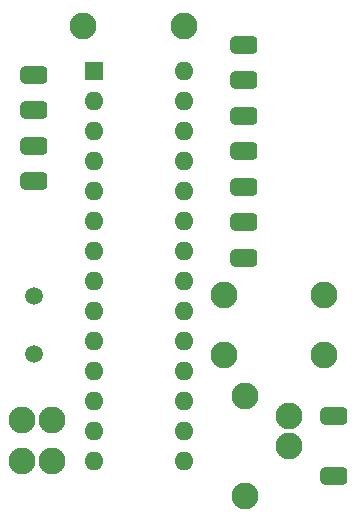
<source format=gbr>
%TF.GenerationSoftware,KiCad,Pcbnew,7.0.6-0*%
%TF.CreationDate,2023-07-24T12:55:41-04:00*%
%TF.ProjectId,Test_1_V1,54657374-5f31-45f5-9631-2e6b69636164,rev?*%
%TF.SameCoordinates,Original*%
%TF.FileFunction,Soldermask,Top*%
%TF.FilePolarity,Negative*%
%FSLAX46Y46*%
G04 Gerber Fmt 4.6, Leading zero omitted, Abs format (unit mm)*
G04 Created by KiCad (PCBNEW 7.0.6-0) date 2023-07-24 12:55:41*
%MOMM*%
%LPD*%
G01*
G04 APERTURE LIST*
G04 Aperture macros list*
%AMRoundRect*
0 Rectangle with rounded corners*
0 $1 Rounding radius*
0 $2 $3 $4 $5 $6 $7 $8 $9 X,Y pos of 4 corners*
0 Add a 4 corners polygon primitive as box body*
4,1,4,$2,$3,$4,$5,$6,$7,$8,$9,$2,$3,0*
0 Add four circle primitives for the rounded corners*
1,1,$1+$1,$2,$3*
1,1,$1+$1,$4,$5*
1,1,$1+$1,$6,$7*
1,1,$1+$1,$8,$9*
0 Add four rect primitives between the rounded corners*
20,1,$1+$1,$2,$3,$4,$5,0*
20,1,$1+$1,$4,$5,$6,$7,0*
20,1,$1+$1,$6,$7,$8,$9,0*
20,1,$1+$1,$8,$9,$2,$3,0*%
%AMFreePoly0*
4,1,35,0.312797,1.099367,0.509479,1.023172,0.688811,0.912134,0.844687,0.770034,0.971798,0.601712,1.065816,0.412899,1.123538,0.210026,1.143000,0.000000,1.123538,-0.210026,1.065816,-0.412899,0.971798,-0.601712,0.844687,-0.770034,0.688811,-0.912134,0.509479,-1.023172,0.312797,-1.099367,0.105463,-1.138124,-0.105463,-1.138124,-0.312797,-1.099367,-0.509479,-1.023172,-0.688811,-0.912134,
-0.844687,-0.770034,-0.971798,-0.601712,-1.065816,-0.412899,-1.123538,-0.210026,-1.143000,0.000000,-1.123538,0.210026,-1.065816,0.412899,-0.971798,0.601712,-0.844687,0.770034,-0.688811,0.912134,-0.509479,1.023172,-0.312797,1.099367,-0.105463,1.138124,0.105463,1.138124,0.312797,1.099367,0.312797,1.099367,$1*%
G04 Aperture macros list end*
%ADD10FreePoly0,0.000000*%
%ADD11FreePoly0,270.000000*%
%ADD12C,1.500000*%
%ADD13R,1.600000X1.600000*%
%ADD14O,1.600000X1.600000*%
%ADD15RoundRect,0.381000X-0.762000X-0.381000X0.762000X-0.381000X0.762000X0.381000X-0.762000X0.381000X0*%
G04 APERTURE END LIST*
D10*
%TO.C,R3*%
X143070000Y-111660000D03*
X151570000Y-111660000D03*
%TD*%
D11*
%TO.C,C1*%
X148590000Y-121920000D03*
X148590000Y-124460000D03*
%TD*%
D12*
%TO.C,16MHz1*%
X127000000Y-116640000D03*
X127000000Y-111760000D03*
%TD*%
D10*
%TO.C,C2*%
X126000000Y-125730000D03*
X128540000Y-125730000D03*
%TD*%
%TO.C,C3*%
X126000000Y-122230000D03*
X128540000Y-122230000D03*
%TD*%
%TO.C,R2*%
X143070000Y-116740000D03*
X151570000Y-116740000D03*
%TD*%
D13*
%TO.C,U1*%
X132080000Y-92695000D03*
D14*
X132080000Y-95235000D03*
X132080000Y-97775000D03*
X132080000Y-100315000D03*
X132080000Y-102855000D03*
X132080000Y-105395000D03*
X132080000Y-107935000D03*
X132080000Y-110475000D03*
X132080000Y-113015000D03*
X132080000Y-115555000D03*
X132080000Y-118095000D03*
X132080000Y-120635000D03*
X132080000Y-123175000D03*
X132080000Y-125715000D03*
X139700000Y-125715000D03*
X139700000Y-123175000D03*
X139700000Y-120635000D03*
X139700000Y-118095000D03*
X139700000Y-115555000D03*
X139700000Y-113015000D03*
X139700000Y-110475000D03*
X139700000Y-107935000D03*
X139700000Y-105395000D03*
X139700000Y-102855000D03*
X139700000Y-100315000D03*
X139700000Y-97775000D03*
X139700000Y-95235000D03*
X139700000Y-92695000D03*
%TD*%
D15*
%TO.C,U3*%
X144780000Y-90520000D03*
X144780000Y-93520000D03*
X144780000Y-96520000D03*
X144780000Y-99520000D03*
X144780000Y-102520000D03*
X144780000Y-105520000D03*
X144780000Y-108520000D03*
%TD*%
%TO.C,U2*%
X127000000Y-102060000D03*
X127000000Y-99060000D03*
X127000000Y-96060000D03*
X127000000Y-93060000D03*
%TD*%
D11*
%TO.C,R1*%
X144880000Y-120210000D03*
X144880000Y-128710000D03*
%TD*%
D15*
%TO.C,U4*%
X152400000Y-121920000D03*
X152400000Y-127000000D03*
%TD*%
D10*
%TO.C,R4*%
X131200000Y-88900000D03*
X139700000Y-88900000D03*
%TD*%
M02*

</source>
